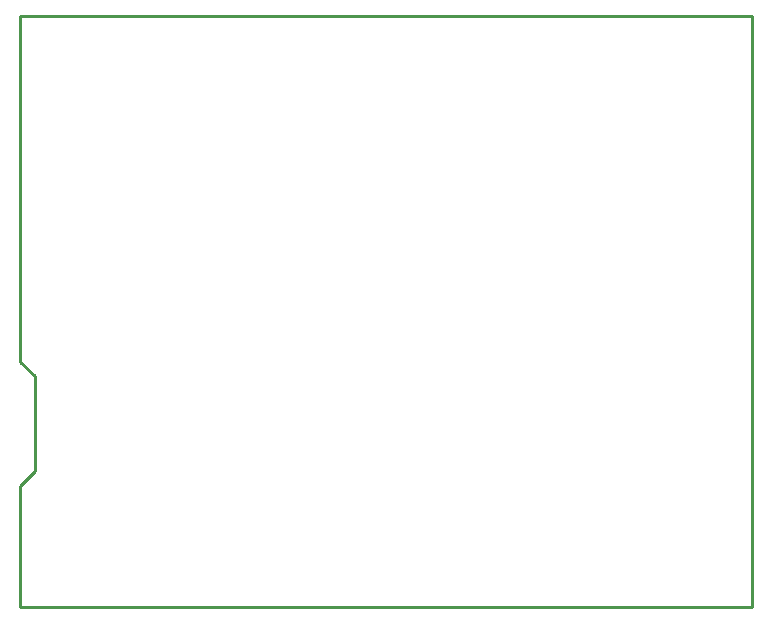
<source format=gbr>
%TF.GenerationSoftware,KiCad,Pcbnew,5.1.0-rc2-unknown-036be7d~80~ubuntu16.04.1*%
%TF.CreationDate,2019-11-29T15:46:33+02:00*%
%TF.ProjectId,S3-OLinuXino_Rev_A,53332d4f-4c69-46e7-9558-696e6f5f5265,F*%
%TF.SameCoordinates,Original*%
%TF.FileFunction,Profile,NP*%
%FSLAX46Y46*%
G04 Gerber Fmt 4.6, Leading zero omitted, Abs format (unit mm)*
G04 Created by KiCad (PCBNEW 5.1.0-rc2-unknown-036be7d~80~ubuntu16.04.1) date 2019-11-29 15:46:33*
%MOMM*%
%LPD*%
G04 APERTURE LIST*
%ADD10C,0.254000*%
G04 APERTURE END LIST*
D10*
X120000000Y-99750000D02*
X120000000Y-110000000D01*
X121250000Y-90500000D02*
X120000000Y-89250000D01*
X121250000Y-98500000D02*
X121250000Y-90500000D01*
X121250000Y-98500000D02*
X120000000Y-99750000D01*
X120000000Y-89250000D02*
X120000000Y-60000000D01*
X120000000Y-60000000D02*
X182000000Y-60000000D01*
X182000000Y-110000000D02*
X182000000Y-60000000D01*
X120000000Y-110000000D02*
X182000000Y-110000000D01*
M02*

</source>
